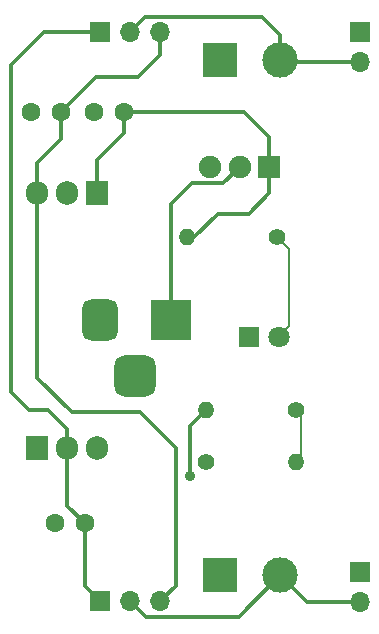
<source format=gtl>
%TF.GenerationSoftware,KiCad,Pcbnew,8.0.3*%
%TF.CreationDate,2024-07-22T06:59:44+03:00*%
%TF.ProjectId,Project 2 - Breadboard Power Supply,50726f6a-6563-4742-9032-202d20427265,rev?*%
%TF.SameCoordinates,Original*%
%TF.FileFunction,Copper,L1,Top*%
%TF.FilePolarity,Positive*%
%FSLAX46Y46*%
G04 Gerber Fmt 4.6, Leading zero omitted, Abs format (unit mm)*
G04 Created by KiCad (PCBNEW 8.0.3) date 2024-07-22 06:59:44*
%MOMM*%
%LPD*%
G01*
G04 APERTURE LIST*
G04 Aperture macros list*
%AMRoundRect*
0 Rectangle with rounded corners*
0 $1 Rounding radius*
0 $2 $3 $4 $5 $6 $7 $8 $9 X,Y pos of 4 corners*
0 Add a 4 corners polygon primitive as box body*
4,1,4,$2,$3,$4,$5,$6,$7,$8,$9,$2,$3,0*
0 Add four circle primitives for the rounded corners*
1,1,$1+$1,$2,$3*
1,1,$1+$1,$4,$5*
1,1,$1+$1,$6,$7*
1,1,$1+$1,$8,$9*
0 Add four rect primitives between the rounded corners*
20,1,$1+$1,$2,$3,$4,$5,0*
20,1,$1+$1,$4,$5,$6,$7,0*
20,1,$1+$1,$6,$7,$8,$9,0*
20,1,$1+$1,$8,$9,$2,$3,0*%
G04 Aperture macros list end*
%TA.AperFunction,ComponentPad*%
%ADD10R,3.000000X3.000000*%
%TD*%
%TA.AperFunction,ComponentPad*%
%ADD11C,3.000000*%
%TD*%
%TA.AperFunction,ComponentPad*%
%ADD12R,1.700000X1.700000*%
%TD*%
%TA.AperFunction,ComponentPad*%
%ADD13O,1.700000X1.700000*%
%TD*%
%TA.AperFunction,ComponentPad*%
%ADD14R,1.900000X1.900000*%
%TD*%
%TA.AperFunction,ComponentPad*%
%ADD15C,1.900000*%
%TD*%
%TA.AperFunction,ComponentPad*%
%ADD16C,1.600000*%
%TD*%
%TA.AperFunction,ComponentPad*%
%ADD17R,1.905000X2.000000*%
%TD*%
%TA.AperFunction,ComponentPad*%
%ADD18O,1.905000X2.000000*%
%TD*%
%TA.AperFunction,ComponentPad*%
%ADD19C,1.400000*%
%TD*%
%TA.AperFunction,ComponentPad*%
%ADD20O,1.400000X1.400000*%
%TD*%
%TA.AperFunction,ComponentPad*%
%ADD21R,3.500000X3.500000*%
%TD*%
%TA.AperFunction,ComponentPad*%
%ADD22RoundRect,0.750000X-0.750000X-1.000000X0.750000X-1.000000X0.750000X1.000000X-0.750000X1.000000X0*%
%TD*%
%TA.AperFunction,ComponentPad*%
%ADD23RoundRect,0.875000X-0.875000X-0.875000X0.875000X-0.875000X0.875000X0.875000X-0.875000X0.875000X0*%
%TD*%
%TA.AperFunction,ComponentPad*%
%ADD24R,1.800000X1.800000*%
%TD*%
%TA.AperFunction,ComponentPad*%
%ADD25C,1.800000*%
%TD*%
%TA.AperFunction,ViaPad*%
%ADD26C,0.900000*%
%TD*%
%TA.AperFunction,Conductor*%
%ADD27C,0.350000*%
%TD*%
%TA.AperFunction,Conductor*%
%ADD28C,0.200000*%
%TD*%
G04 APERTURE END LIST*
D10*
%TO.P,J6,1,Pin_1*%
%TO.N,GND*%
X155800000Y-116000000D03*
D11*
%TO.P,J6,2,Pin_2*%
%TO.N,/PWR_OUT_BOTTOM*%
X160880000Y-116000000D03*
%TD*%
D12*
%TO.P,J2,1,Pin_1*%
%TO.N,GND*%
X167600000Y-70000000D03*
D13*
%TO.P,J2,2,Pin_2*%
%TO.N,/PWR_OUT_TOP*%
X167600000Y-72540000D03*
%TD*%
D14*
%TO.P,S1,1*%
%TO.N,/12V*%
X159920000Y-81400000D03*
D15*
%TO.P,S1,2*%
%TO.N,/PWR_input*%
X157420000Y-81400000D03*
%TO.P,S1,3*%
%TO.N,unconnected-(S1-Pad3)*%
X154920000Y-81400000D03*
%TD*%
D16*
%TO.P,C3,1*%
%TO.N,/5V*%
X142300000Y-76800000D03*
%TO.P,C3,2*%
%TO.N,GND*%
X139800000Y-76800000D03*
%TD*%
D17*
%TO.P,U1,1,VI*%
%TO.N,/12V*%
X145390000Y-83600000D03*
D18*
%TO.P,U1,2,GND*%
%TO.N,GND*%
X142850000Y-83600000D03*
%TO.P,U1,3,VO*%
%TO.N,/5V*%
X140310000Y-83600000D03*
%TD*%
D12*
%TO.P,J5,1,Pin_1*%
%TO.N,/3.3V*%
X145600000Y-118200000D03*
D13*
%TO.P,J5,2,Pin_2*%
%TO.N,/PWR_OUT_BOTTOM*%
X148140000Y-118200000D03*
%TO.P,J5,3,Pin_3*%
%TO.N,/5V*%
X150680000Y-118200000D03*
%TD*%
D17*
%TO.P,U2,1,ADJ*%
%TO.N,Net-(U2-ADJ)*%
X140310000Y-105200000D03*
D18*
%TO.P,U2,2,VO*%
%TO.N,/3.3V*%
X142850000Y-105200000D03*
%TO.P,U2,3,VI*%
%TO.N,/12V*%
X145390000Y-105200000D03*
%TD*%
D16*
%TO.P,C2,1*%
%TO.N,GND*%
X141800000Y-111600000D03*
%TO.P,C2,2*%
%TO.N,/3.3V*%
X144300000Y-111600000D03*
%TD*%
D19*
%TO.P,R1,1*%
%TO.N,Net-(D1-A)*%
X160600000Y-87400000D03*
D20*
%TO.P,R1,2*%
%TO.N,/12V*%
X152980000Y-87400000D03*
%TD*%
D19*
%TO.P,R3,1*%
%TO.N,GND*%
X154600000Y-106400000D03*
D20*
%TO.P,R3,2*%
%TO.N,Net-(U2-ADJ)*%
X162220000Y-106400000D03*
%TD*%
D21*
%TO.P,J1,1*%
%TO.N,/PWR_input*%
X151600000Y-94400000D03*
D22*
%TO.P,J1,2*%
%TO.N,GND*%
X145600000Y-94400000D03*
D23*
%TO.P,J1,3*%
X148600000Y-99100000D03*
%TD*%
D16*
%TO.P,C1,1*%
%TO.N,/12V*%
X147600000Y-76800000D03*
%TO.P,C1,2*%
%TO.N,GND*%
X145100000Y-76800000D03*
%TD*%
D10*
%TO.P,J7,1,Pin_1*%
%TO.N,GND*%
X155800000Y-72400000D03*
D11*
%TO.P,J7,2,Pin_2*%
%TO.N,/PWR_OUT_TOP*%
X160880000Y-72400000D03*
%TD*%
D19*
%TO.P,R2,1*%
%TO.N,Net-(U2-ADJ)*%
X162200000Y-102000000D03*
D20*
%TO.P,R2,2*%
%TO.N,/3.3V*%
X154580000Y-102000000D03*
%TD*%
D24*
%TO.P,D1,1,K*%
%TO.N,GND*%
X158200000Y-95800000D03*
D25*
%TO.P,D1,2,A*%
%TO.N,Net-(D1-A)*%
X160740000Y-95800000D03*
%TD*%
D12*
%TO.P,J4,1,Pin_1*%
%TO.N,/3.3V*%
X145600000Y-70000000D03*
D13*
%TO.P,J4,2,Pin_2*%
%TO.N,/PWR_OUT_TOP*%
X148140000Y-70000000D03*
%TO.P,J4,3,Pin_3*%
%TO.N,/5V*%
X150680000Y-70000000D03*
%TD*%
D12*
%TO.P,J3,1,Pin_1*%
%TO.N,GND*%
X167600000Y-115740000D03*
D13*
%TO.P,J3,2,Pin_2*%
%TO.N,/PWR_OUT_BOTTOM*%
X167600000Y-118280000D03*
%TD*%
D26*
%TO.N,/3.3V*%
X153200000Y-107600000D03*
%TD*%
D27*
%TO.N,/12V*%
X159920000Y-83680000D02*
X158200000Y-85400000D01*
X145390000Y-80810000D02*
X145390000Y-83600000D01*
X147600000Y-76800000D02*
X157800000Y-76800000D01*
X153600000Y-87400000D02*
X152980000Y-87400000D01*
X158200000Y-85400000D02*
X155600000Y-85400000D01*
X147600000Y-76800000D02*
X147600000Y-78600000D01*
X155600000Y-85400000D02*
X153600000Y-87400000D01*
X147600000Y-78600000D02*
X145390000Y-80810000D01*
X159920000Y-81400000D02*
X159920000Y-83680000D01*
X157800000Y-76800000D02*
X159920000Y-78920000D01*
X159920000Y-78920000D02*
X159920000Y-81400000D01*
%TO.N,/3.3V*%
X154580000Y-102000000D02*
X153200000Y-103380000D01*
X142850000Y-105200000D02*
X142850000Y-110150000D01*
X141200000Y-102000000D02*
X142850000Y-103650000D01*
X144300000Y-116900000D02*
X145600000Y-118200000D01*
X138075000Y-72800000D02*
X138075000Y-100475000D01*
X139600000Y-102000000D02*
X141200000Y-102000000D01*
X140875000Y-70000000D02*
X138075000Y-72800000D01*
X142850000Y-110150000D02*
X144300000Y-111600000D01*
X145600000Y-70000000D02*
X140875000Y-70000000D01*
X138075000Y-100475000D02*
X139600000Y-102000000D01*
X153200000Y-103380000D02*
X153200000Y-107600000D01*
X142850000Y-103650000D02*
X142850000Y-105200000D01*
X144300000Y-111600000D02*
X144300000Y-116900000D01*
%TO.N,/5V*%
X148800000Y-73800000D02*
X145300000Y-73800000D01*
X149000000Y-102200000D02*
X152000000Y-105200000D01*
X140310000Y-81090000D02*
X140310000Y-83600000D01*
X140310000Y-83600000D02*
X140310000Y-99310000D01*
X142300000Y-76800000D02*
X142300000Y-79100000D01*
X150680000Y-71920000D02*
X148800000Y-73800000D01*
X150680000Y-70000000D02*
X150680000Y-71920000D01*
X152000000Y-116880000D02*
X150680000Y-118200000D01*
X145300000Y-73800000D02*
X142300000Y-76800000D01*
X140310000Y-99310000D02*
X143200000Y-102200000D01*
X143200000Y-102200000D02*
X149000000Y-102200000D01*
X152000000Y-105200000D02*
X152000000Y-116880000D01*
X142300000Y-79100000D02*
X140310000Y-81090000D01*
%TO.N,/PWR_input*%
X153425000Y-82775000D02*
X151600000Y-84600000D01*
X151600000Y-84600000D02*
X151600000Y-94400000D01*
X157420000Y-81400000D02*
X156045000Y-82775000D01*
X156045000Y-82775000D02*
X153425000Y-82775000D01*
%TO.N,/PWR_OUT_TOP*%
X148140000Y-70000000D02*
X149415000Y-68725000D01*
X149415000Y-68725000D02*
X159325000Y-68725000D01*
X167600000Y-72540000D02*
X161020000Y-72540000D01*
%TO.N,/PWR_OUT_BOTTOM*%
X157355000Y-119525000D02*
X160880000Y-116000000D01*
%TO.N,/PWR_OUT_TOP*%
X161020000Y-72540000D02*
X160880000Y-72400000D01*
%TO.N,/PWR_OUT_BOTTOM*%
X149465000Y-119525000D02*
X157355000Y-119525000D01*
X148140000Y-118200000D02*
X149465000Y-119525000D01*
X163160000Y-118280000D02*
X167600000Y-118280000D01*
%TO.N,/PWR_OUT_TOP*%
X160880000Y-70280000D02*
X160880000Y-72400000D01*
%TO.N,/PWR_OUT_BOTTOM*%
X160880000Y-116000000D02*
X163160000Y-118280000D01*
%TO.N,/PWR_OUT_TOP*%
X159325000Y-68725000D02*
X160880000Y-70280000D01*
D28*
%TO.N,Net-(U2-ADJ)*%
X162640000Y-102440000D02*
X162640000Y-105980000D01*
X162200000Y-102000000D02*
X162640000Y-102440000D01*
X162640000Y-105980000D02*
X162220000Y-106400000D01*
%TO.N,Net-(D1-A)*%
X161600000Y-94940000D02*
X160740000Y-95800000D01*
X161600000Y-88400000D02*
X161600000Y-94940000D01*
X160600000Y-87400000D02*
X161600000Y-88400000D01*
%TD*%
M02*

</source>
